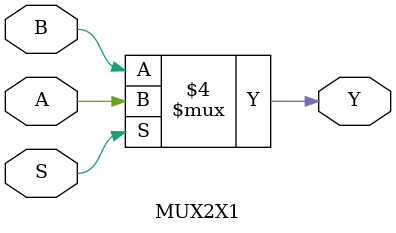
<source format=v>


module MUX2X1 ( Y, A, B, S );

  input A;
  input S;
  output reg Y;
  input B;
	always @(A or B or S)
	  begin
		if(S==1)
			Y =A;
		else Y = B;
	end
endmodule

</source>
